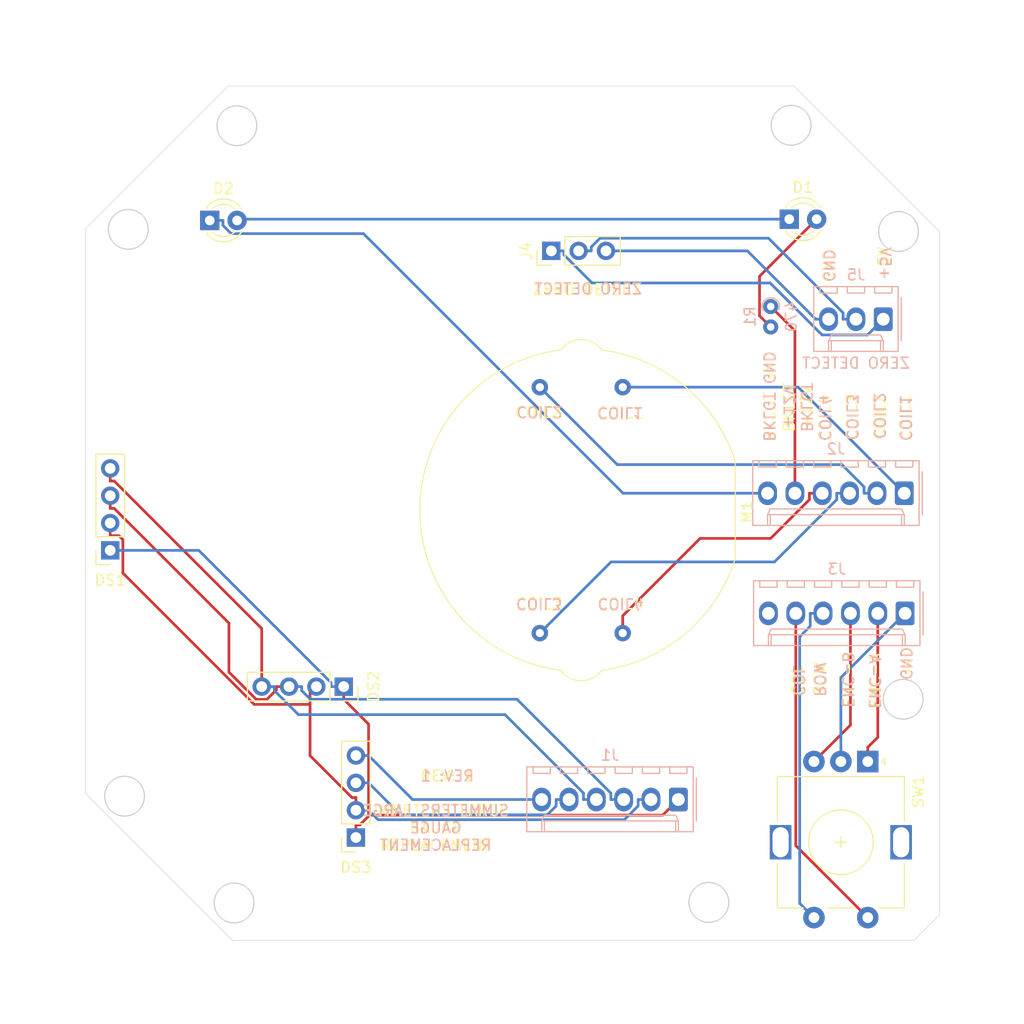
<source format=kicad_pcb>
(kicad_pcb (version 20221018) (generator pcbnew)
  (layers (0 "F.Cu" signal) (31 "B.Cu" signal) (34 "B.Paste" user) (35 "F.Paste" user) (36 "B.SilkS" user "B.Silkscreen") (37 "F.SilkS" user "F.Silkscreen") (38 "B.Mask" user) (39 "F.Mask" user) (44 "Edge.Cuts" user))
  (net 0 "")
  (net 1 "/COIL2")
  (net 2 "/COIL1")
  (net 3 "/COIL4")
  (net 4 "/COIL3")
  (net 5 "Net-(D1-K)")
  (net 6 "Net-(D1-A)")
  (net 7 "/BACKLIGHT_GND")
  (net 8 "/BACKLIGHT_+12V")
  (net 9 "/ENCORDER GND")
  (net 10 "/ENCODER-A")
  (net 11 "/ENCODER B")
  (net 12 "/ROW")
  (net 13 "/COL")
  (net 14 "GND")
  (net 15 "+3V3")
  (net 16 "/SC0")
  (net 17 "/SD0")
  (net 18 "/SC1")
  (net 19 "/SD1")
  (net 21 "+5V")
  (net 22 "/ZERO_DETECT")
  (net 23 "GND1")
  (footprint "Stepper:VID29-02" (layer "F.Cu") (at 186.3951 100.8596 -90)
    (fp_text reference "M1" (at 0 -15.4 90) (layer "F.SilkS"))
    (fp_text value "VID29-02")
    (fp_line (start -4.693796 -14.3) (end 4.363796 -14.3) (stroke (width 0.1)) (layer "F.SilkS"))
    (fp_arc (start -15.042514 -1.912994) (mid -11.676329 -9.617135) (end -4.693796 -14.299999) (stroke (width 0.1)) (layer "F.SilkS"))
    (fp_arc (start -15.042154 1.904192) (mid -16.015 0.001014) (end -15.043796 -1.903003) (stroke (width 0.1)) (layer "F.SilkS"))
    (fp_arc (start 4.373398 -14.296955) (mid 11.352785 -9.609402) (end 14.713796 -1.903003) (stroke (width 0.1)) (layer "F.SilkS"))
    (fp_arc (start 14.712154 -1.904192) (mid 15.685 -0.001014) (end 14.713796 1.903003) (stroke (width 0.1)) (layer "F.SilkS"))
    (fp_arc (start 14.713036 1.908935) (mid -0.16799 14.999999) (end -15.043796 1.903003) (stroke (width 0.1)) (layer "F.SilkS"))
    (pad "" np_thru_hole circle (at -13.665 0 270) (size 2.2 2.2) (drill 2.2) (layers "*.Cu" "*.Mask"))
    (pad "" np_thru_hole circle (at -9.165 -9 270) (size 2.5 2.5) (drill 2.5) (layers "*.Cu" "*.Mask"))
    (pad "" np_thru_hole circle (at -0.165 10 270) (size 3.8 3.8) (drill 3.8) (layers "*.Cu" "*.Mask"))
    (pad "" np_thru_hole circle (at 9.11 -9 270) (size 2.5 2.5) (drill 2.5) (layers "*.Cu" "*.Mask"))
    (pad "" np_thru_hole circle (at 13.335 0 270) (size 2.2 2.2) (drill 2.2) (layers "*.Cu" "*.Mask"))
    (pad "1" thru_hole circle (at -11.59 -3.85 270) (size 1.524 1.524) (drill 0.762) (layers "*.Cu" "*.Mask") (net 2 "/COIL1"))
    (pad "2" thru_hole circle (at -11.59 3.85 270) (size 1.524 1.524) (drill 0.762) (layers "*.Cu" "*.Mask") (net 1 "/COIL2"))
    (pad "3" thru_hole circle (at 11.26 3.85 270) (size 1.524 1.524) (drill 0.762) (layers "*.Cu" "*.Mask") (net 4 "/COIL3"))
    (pad "4" thru_hole circle (at 11.26 -3.85 270) (size 1.524 1.524) (drill 0.762) (layers "*.Cu" "*.Mask") (net 3 "/COIL4"))
  )
  (footprint "Connector_PinHeader_2.54mm:PinHeader_1x03_P2.54mm_Vertical" (layer "F.Cu") (at 183.6105 76.6046 90)
    (fp_text reference "J4" (at 0 -2.33 90) (layer "F.SilkS"))
    (fp_text value "ZERO")
    (fp_line (start -1.33 -1.33) (end 0 -1.33) (stroke (width 0.12)) (layer "F.SilkS"))
    (fp_line (start -1.33 0) (end -1.33 -1.33) (stroke (width 0.12)) (layer "F.SilkS"))
    (fp_line (start -1.33 1.27) (end -1.33 6.41) (stroke (width 0.12)) (layer "F.SilkS"))
    (fp_line (start -1.33 1.27) (end 1.33 1.27) (stroke (width 0.12)) (layer "F.SilkS"))
    (fp_line (start -1.33 6.41) (end 1.33 6.41) (stroke (width 0.12)) (layer "F.SilkS"))
    (fp_line (start 1.33 1.27) (end 1.33 6.41) (stroke (width 0.12)) (layer "F.SilkS"))
    (pad "1" thru_hole rect (at 0 0 90) (size 1.7 1.7) (drill 1) (layers "*.Cu" "*.Mask") (net 21 "+5V"))
    (pad "2" thru_hole oval (at 0 2.54 90) (size 1.7 1.7) (drill 1) (layers "*.Cu" "*.Mask") (net 22 "/ZERO_DETECT"))
    (pad "3" thru_hole oval (at 0 5.08 90) (size 1.7 1.7) (drill 1) (layers "*.Cu" "*.Mask") (net 23 "GND1"))
  )
  (footprint "Rotary_Encoder:RotaryEncoder_Alps_EC11E-Switch_Vertical_H20mm" (layer "F.Cu") (at 213.0155 124.0546 -90)
    (fp_text reference "SW1" (at 2.8 -4.7 90) (layer "F.SilkS"))
    (fp_text value "RotaryEncoder_Switch")
    (fp_line (start -0.3 -1.6) (end 0.3 -1.6) (stroke (width 0.12)) (layer "F.SilkS"))
    (fp_line (start 0 -1.3) (end -0.3 -1.6) (stroke (width 0.12)) (layer "F.SilkS"))
    (fp_line (start 0.3 -1.6) (end 0 -1.3) (stroke (width 0.12)) (layer "F.SilkS"))
    (fp_line (start 1.4 -3.4) (end 1.4 8.4) (stroke (width 0.12)) (layer "F.SilkS"))
    (fp_line (start 5.5 -3.4) (end 1.4 -3.4) (stroke (width 0.12)) (layer "F.SilkS"))
    (fp_line (start 5.5 8.4) (end 1.4 8.4) (stroke (width 0.12)) (layer "F.SilkS"))
    (fp_line (start 7 2.5) (end 8 2.5) (stroke (width 0.12)) (layer "F.SilkS"))
    (fp_line (start 7.5 2) (end 7.5 3) (stroke (width 0.12)) (layer "F.SilkS"))
    (fp_line (start 9.5 -3.4) (end 13.6 -3.4) (stroke (width 0.12)) (layer "F.SilkS"))
    (fp_line (start 13.6 -3.4) (end 13.6 -1) (stroke (width 0.12)) (layer "F.SilkS"))
    (fp_line (start 13.6 1.2) (end 13.6 3.8) (stroke (width 0.12)) (layer "F.SilkS"))
    (fp_line (start 13.6 6) (end 13.6 8.4) (stroke (width 0.12)) (layer "F.SilkS"))
    (fp_line (start 13.6 8.4) (end 9.5 8.4) (stroke (width 0.12)) (layer "F.SilkS"))
    (fp_circle (center 7.5 2.5) (end 10.5 2.5) (stroke (width 0.12)) (fill none) (layer "F.SilkS"))
    (pad "A" thru_hole rect (at 0 0 270) (size 2 2) (drill 1) (layers "*.Cu" "*.Mask") (net 10 "/ENCODER-A"))
    (pad "B" thru_hole circle (at 0 5 270) (size 2 2) (drill 1) (layers "*.Cu" "*.Mask") (net 11 "/ENCODER B"))
    (pad "C" thru_hole circle (at 0 2.5 270) (size 2 2) (drill 1) (layers "*.Cu" "*.Mask") (net 9 "/ENCORDER GND"))
    (pad "MP" thru_hole rect (at 7.5 -3.1 270) (size 3.2 2) (drill oval 2.8 1.5) (layers "*.Cu" "*.Mask"))
    (pad "MP" thru_hole rect (at 7.5 8.1 270) (size 3.2 2) (drill oval 2.8 1.5) (layers "*.Cu" "*.Mask"))
    (pad "S1" thru_hole circle (at 14.5 5 270) (size 2 2) (drill 1) (layers "*.Cu" "*.Mask") (net 12 "/ROW"))
    (pad "S2" thru_hole circle (at 14.5 0 270) (size 2 2) (drill 1) (layers "*.Cu" "*.Mask") (net 13 "/COL"))
  )
  (footprint "Connector_PinSocket_2.54mm:PinSocket_1x04_P2.54mm_Vertical" (layer "F.Cu") (at 165.4555 131.1146 180)
    (fp_text reference "DS3" (at 0 -2.77) (layer "F.SilkS"))
    (fp_text value "PRESS_DISP")
    (fp_line (start -1.33 1.27) (end -1.33 8.95) (stroke (width 0.12)) (layer "F.SilkS"))
    (fp_line (start -1.33 1.27) (end 1.33 1.27) (stroke (width 0.12)) (layer "F.SilkS"))
    (fp_line (start -1.33 8.95) (end 1.33 8.95) (stroke (width 0.12)) (layer "F.SilkS"))
    (fp_line (start 0 -1.33) (end 1.33 -1.33) (stroke (width 0.12)) (layer "F.SilkS"))
    (fp_line (start 1.33 -1.33) (end 1.33 0) (stroke (width 0.12)) (layer "F.SilkS"))
    (fp_line (start 1.33 1.27) (end 1.33 8.95) (stroke (width 0.12)) (layer "F.SilkS"))
    (pad "1" thru_hole rect (at 0 0 180) (size 1.7 1.7) (drill 1) (layers "*.Cu" "*.Mask") (net 14 "GND"))
    (pad "2" thru_hole oval (at 0 2.54 180) (size 1.7 1.7) (drill 1) (layers "*.Cu" "*.Mask") (net 15 "+3V3"))
    (pad "3" thru_hole oval (at 0 5.08 180) (size 1.7 1.7) (drill 1) (layers "*.Cu" "*.Mask") (net 18 "/SC1"))
    (pad "4" thru_hole oval (at 0 7.62 180) (size 1.7 1.7) (drill 1) (layers "*.Cu" "*.Mask") (net 19 "/SD1"))
  )
  (footprint "Connector_PinSocket_2.54mm:PinSocket_1x04_P2.54mm_Vertical" (layer "F.Cu") (at 164.3215 117.0926 -90)
    (fp_text reference "DS2" (at 0 -2.77 90) (layer "F.SilkS"))
    (fp_text value "10K_ALT_DISP")
    (fp_line (start -1.33 1.27) (end -1.33 8.95) (stroke (width 0.12)) (layer "F.SilkS"))
    (fp_line (start -1.33 1.27) (end 1.33 1.27) (stroke (width 0.12)) (layer "F.SilkS"))
    (fp_line (start -1.33 8.95) (end 1.33 8.95) (stroke (width 0.12)) (layer "F.SilkS"))
    (fp_line (start 0 -1.33) (end 1.33 -1.33) (stroke (width 0.12)) (layer "F.SilkS"))
    (fp_line (start 1.33 -1.33) (end 1.33 0) (stroke (width 0.12)) (layer "F.SilkS"))
    (fp_line (start 1.33 1.27) (end 1.33 8.95) (stroke (width 0.12)) (layer "F.SilkS"))
    (pad "1" thru_hole rect (at 0 0 270) (size 1.7 1.7) (drill 1) (layers "*.Cu" "*.Mask") (net 14 "GND"))
    (pad "2" thru_hole oval (at 0 2.54 270) (size 1.7 1.7) (drill 1) (layers "*.Cu" "*.Mask") (net 15 "+3V3"))
    (pad "3" thru_hole oval (at 0 5.08 270) (size 1.7 1.7) (drill 1) (layers "*.Cu" "*.Mask") (net 16 "/SC0"))
    (pad "4" thru_hole oval (at 0 7.62 270) (size 1.7 1.7) (drill 1) (layers "*.Cu" "*.Mask") (net 17 "/SD0"))
  )
  (footprint "Connector_PinSocket_2.54mm:PinSocket_1x04_P2.54mm_Vertical" (layer "F.Cu") (at 142.6255 104.4346 180)
    (fp_text reference "DS1" (at 0 -2.77) (layer "F.SilkS"))
    (fp_text value "10K_ALT_DISP")
    (fp_line (start -1.33 1.27) (end -1.33 8.95) (stroke (width 0.12)) (layer "F.SilkS"))
    (fp_line (start -1.33 1.27) (end 1.33 1.27) (stroke (width 0.12)) (layer "F.SilkS"))
    (fp_line (start -1.33 8.95) (end 1.33 8.95) (stroke (width 0.12)) (layer "F.SilkS"))
    (fp_line (start 0 -1.33) (end 1.33 -1.33) (stroke (width 0.12)) (layer "F.SilkS"))
    (fp_line (start 1.33 -1.33) (end 1.33 0) (stroke (width 0.12)) (layer "F.SilkS"))
    (fp_line (start 1.33 1.27) (end 1.33 8.95) (stroke (width 0.12)) (layer "F.SilkS"))
    (pad "1" thru_hole rect (at 0 0 180) (size 1.7 1.7) (drill 1) (layers "*.Cu" "*.Mask") (net 14 "GND"))
    (pad "2" thru_hole oval (at 0 2.54 180) (size 1.7 1.7) (drill 1) (layers "*.Cu" "*.Mask") (net 15 "+3V3"))
    (pad "3" thru_hole oval (at 0 5.08 180) (size 1.7 1.7) (drill 1) (layers "*.Cu" "*.Mask") (net 16 "/SC0"))
    (pad "4" thru_hole oval (at 0 7.62 180) (size 1.7 1.7) (drill 1) (layers "*.Cu" "*.Mask") (net 17 "/SD0"))
  )
  (footprint "LED_THT:LED_D3.0mm" (layer "F.Cu") (at 151.8755 73.7746)
    (fp_text reference "D2" (at 1.27 -2.96) (layer "F.SilkS"))
    (fp_text value "LED")
    (fp_line (start -0.29 -1.236) (end -0.29 -1.08) (stroke (width 0.12)) (layer "F.SilkS"))
    (fp_line (start -0.29 1.08) (end -0.29 1.236) (stroke (width 0.12)) (layer "F.SilkS"))
    (fp_arc (start -0.29 -1.235516) (mid 1.366487 -1.987659) (end 2.942335 -1.078608) (stroke (width 0.12)) (layer "F.SilkS"))
    (fp_arc (start 0.229039 -1.08) (mid 1.270117 -1.5) (end 2.31113 -1.079837) (stroke (width 0.12)) (layer "F.SilkS"))
    (fp_arc (start 2.31113 1.079837) (mid 1.270117 1.5) (end 0.229039 1.08) (stroke (width 0.12)) (layer "F.SilkS"))
    (fp_arc (start 2.942335 1.078608) (mid 1.366487 1.987659) (end -0.29 1.235516) (stroke (width 0.12)) (layer "F.SilkS"))
    (pad "1" thru_hole rect (at 0 0) (size 1.8 1.8) (drill 0.9) (layers "*.Cu" "*.Mask") (net 7 "/BACKLIGHT_GND"))
    (pad "2" thru_hole circle (at 2.54 0) (size 1.8 1.8) (drill 0.9) (layers "*.Cu" "*.Mask") (net 5 "Net-(D1-K)"))
  )
  (footprint "LED_THT:LED_D3.0mm" (layer "F.Cu") (at 205.7235 73.6586)
    (fp_text reference "D1" (at 1.27 -2.96) (layer "F.SilkS"))
    (fp_text value "LED")
    (fp_line (start -0.29 -1.236) (end -0.29 -1.08) (stroke (width 0.12)) (layer "F.SilkS"))
    (fp_line (start -0.29 1.08) (end -0.29 1.236) (stroke (width 0.12)) (layer "F.SilkS"))
    (fp_arc (start -0.29 -1.235516) (mid 1.366487 -1.987659) (end 2.942335 -1.078608) (stroke (width 0.12)) (layer "F.SilkS"))
    (fp_arc (start 0.229039 -1.08) (mid 1.270117 -1.5) (end 2.31113 -1.079837) (stroke (width 0.12)) (layer "F.SilkS"))
    (fp_arc (start 2.31113 1.079837) (mid 1.270117 1.5) (end 0.229039 1.08) (stroke (width 0.12)) (layer "F.SilkS"))
    (fp_arc (start 2.942335 1.078608) (mid 1.366487 1.987659) (end -0.29 1.235516) (stroke (width 0.12)) (layer "F.SilkS"))
    (pad "1" thru_hole rect (at 0 0) (size 1.8 1.8) (drill 0.9) (layers "*.Cu" "*.Mask") (net 5 "Net-(D1-K)"))
    (pad "2" thru_hole circle (at 2.54 0) (size 1.8 1.8) (drill 0.9) (layers "*.Cu" "*.Mask") (net 6 "Net-(D1-A)"))
  )
  (footprint "Resistor_THT:R_Axial_DIN0204_L3.6mm_D1.6mm_P1.90mm_Vertical" (layer "B.Cu") (at 203.9955 81.7746 -90)
    (fp_text reference "R1" (at 0.95 1.92 90) (layer "B.SilkS") (effects (justify mirror)))
    (fp_text value "470" (at 0.95 -1.92 90) (layer "B.SilkS") (effects (justify mirror)))
    (fp_arc (start 0.417133 0.7) (mid -0.813042 0.054435) (end 0.320095 -0.749359) (stroke (width 0.12)) (layer "B.SilkS"))
    (pad "1" thru_hole circle (at 0 0 270) (size 1.4 1.4) (drill 0.7) (layers "*.Cu" "*.Mask") (net 8 "/BACKLIGHT_+12V"))
    (pad "2" thru_hole oval (at 1.9 0 270) (size 1.4 1.4) (drill 0.7) (layers "*.Cu" "*.Mask") (net 6 "Net-(D1-A)"))
  )
  (footprint "Connector_Molex:Molex_KK-254_AE-6410-06A_1x06_P2.54mm_Vertical" (layer "B.Cu") (at 195.4155 127.5846 180)
    (fp_text reference "J1" (at 6.35 4.12) (layer "B.SilkS") (effects (justify mirror)))
    (fp_text value "OLED")
    (fp_line (start -1.67 2) (end -1.67 -2) (stroke (width 0.12)) (layer "B.SilkS"))
    (fp_line (start -1.38 -2.99) (end 14.08 -2.99) (stroke (width 0.12)) (layer "B.SilkS"))
    (fp_line (start -1.38 3.03) (end -1.38 -2.99) (stroke (width 0.12)) (layer "B.SilkS"))
    (fp_line (start -0.8 2.43) (end 0.8 2.43) (stroke (width 0.12)) (layer "B.SilkS"))
    (fp_line (start -0.8 3.03) (end -0.8 2.43) (stroke (width 0.12)) (layer "B.SilkS"))
    (fp_line (start 0 -2.99) (end 0 -1.99) (stroke (width 0.12)) (layer "B.SilkS"))
    (fp_line (start 0 -1.99) (end 0.25 -1.46) (stroke (width 0.12)) (layer "B.SilkS"))
    (fp_line (start 0 -1.99) (end 12.7 -1.99) (stroke (width 0.12)) (layer "B.SilkS"))
    (fp_line (start 0.25 -2.99) (end 0.25 -1.99) (stroke (width 0.12)) (layer "B.SilkS"))
    (fp_line (start 0.25 -1.46) (end 12.45 -1.46) (stroke (width 0.12)) (layer "B.SilkS"))
    (fp_line (start 0.8 2.43) (end 0.8 3.03) (stroke (width 0.12)) (layer "B.SilkS"))
    (fp_line (start 1.74 2.43) (end 3.34 2.43) (stroke (width 0.12)) (layer "B.SilkS"))
    (fp_line (start 1.74 3.03) (end 1.74 2.43) (stroke (width 0.12)) (layer "B.SilkS"))
    (fp_line (start 3.34 2.43) (end 3.34 3.03) (stroke (width 0.12)) (layer "B.SilkS"))
    (fp_line (start 4.28 2.43) (end 5.88 2.43) (stroke (width 0.12)) (layer "B.SilkS"))
    (fp_line (start 4.28 3.03) (end 4.28 2.43) (stroke (width 0.12)) (layer "B.SilkS"))
    (fp_line (start 5.88 2.43) (end 5.88 3.03) (stroke (width 0.12)) (layer "B.SilkS"))
    (fp_line (start 6.82 2.43) (end 8.42 2.43) (stroke (width 0.12)) (layer "B.SilkS"))
    (fp_line (start 6.82 3.03) (end 6.82 2.43) (stroke (width 0.12)) (layer "B.SilkS"))
    (fp_line (start 8.42 2.43) (end 8.42 3.03) (stroke (width 0.12)) (layer "B.SilkS"))
    (fp_line (start 9.36 2.43) (end 10.96 2.43) (stroke (width 0.12)) (layer "B.SilkS"))
    (fp_line (start 9.36 3.03) (end 9.36 2.43) (stroke (width 0.12)) (layer "B.SilkS"))
    (fp_line (start 10.96 2.43) (end 10.96 3.03) (stroke (width 0.12)) (layer "B.SilkS"))
    (fp_line (start 11.9 2.43) (end 13.5 2.43) (stroke (width 0.12)) (layer "B.SilkS"))
    (fp_line (start 11.9 3.03) (end 11.9 2.43) (stroke (width 0.12)) (layer "B.SilkS"))
    (fp_line (start 12.45 -2.99) (end 12.45 -1.99) (stroke (width 0.12)) (layer "B.SilkS"))
    (fp_line (start 12.45 -1.46) (end 12.7 -1.99) (stroke (width 0.12)) (layer "B.SilkS"))
    (fp_line (start 12.7 -1.99) (end 12.7 -2.99) (stroke (width 0.12)) (layer "B.SilkS"))
    (fp_line (start 13.5 2.43) (end 13.5 3.03) (stroke (width 0.12)) (layer "B.SilkS"))
    (fp_line (start 14.08 -2.99) (end 14.08 3.03) (stroke (width 0.12)) (layer "B.SilkS"))
    (fp_line (start 14.08 3.03) (end -1.38 3.03) (stroke (width 0.12)) (layer "B.SilkS"))
    (pad "1" thru_hole roundrect (at 0 0 180) (size 1.74 2.19) (drill 1.19) (layers "*.Cu" "*.Mask") (roundrect_rratio 0.1436781609) (net 14 "GND"))
    (pad "2" thru_hole oval (at 2.54 0 180) (size 1.74 2.19) (drill 1.19) (layers "*.Cu" "*.Mask") (net 15 "+3V3"))
    (pad "3" thru_hole oval (at 5.08 0 180) (size 1.74 2.19) (drill 1.19) (layers "*.Cu" "*.Mask") (net 16 "/SC0"))
    (pad "4" thru_hole oval (at 7.62 0 180) (size 1.74 2.19) (drill 1.19) (layers "*.Cu" "*.Mask") (net 17 "/SD0"))
    (pad "5" thru_hole oval (at 10.16 0 180) (size 1.74 2.19) (drill 1.19) (layers "*.Cu" "*.Mask") (net 18 "/SC1"))
    (pad "6" thru_hole oval (at 12.7 0 180) (size 1.74 2.19) (drill 1.19) (layers "*.Cu" "*.Mask") (net 19 "/SD1"))
  )
  (footprint "Connector_Molex:Molex_KK-254_AE-6410-06A_1x06_P2.54mm_Vertical" (layer "B.Cu") (at 216.4055 99.1246 180)
    (fp_text reference "J2" (at 6.35 4.12) (layer "B.SilkS") (effects (justify mirror)))
    (fp_text value "STEPPER")
    (fp_line (start -1.67 2) (end -1.67 -2) (stroke (width 0.12)) (layer "B.SilkS"))
    (fp_line (start -1.38 -2.99) (end 14.08 -2.99) (stroke (width 0.12)) (layer "B.SilkS"))
    (fp_line (start -1.38 3.03) (end -1.38 -2.99) (stroke (width 0.12)) (layer "B.SilkS"))
    (fp_line (start -0.8 2.43) (end 0.8 2.43) (stroke (width 0.12)) (layer "B.SilkS"))
    (fp_line (start -0.8 3.03) (end -0.8 2.43) (stroke (width 0.12)) (layer "B.SilkS"))
    (fp_line (start 0 -2.99) (end 0 -1.99) (stroke (width 0.12)) (layer "B.SilkS"))
    (fp_line (start 0 -1.99) (end 0.25 -1.46) (stroke (width 0.12)) (layer "B.SilkS"))
    (fp_line (start 0 -1.99) (end 12.7 -1.99) (stroke (width 0.12)) (layer "B.SilkS"))
    (fp_line (start 0.25 -2.99) (end 0.25 -1.99) (stroke (width 0.12)) (layer "B.SilkS"))
    (fp_line (start 0.25 -1.46) (end 12.45 -1.46) (stroke (width 0.12)) (layer "B.SilkS"))
    (fp_line (start 0.8 2.43) (end 0.8 3.03) (stroke (width 0.12)) (layer "B.SilkS"))
    (fp_line (start 1.74 2.43) (end 3.34 2.43) (stroke (width 0.12)) (layer "B.SilkS"))
    (fp_line (start 1.74 3.03) (end 1.74 2.43) (stroke (width 0.12)) (layer "B.SilkS"))
    (fp_line (start 3.34 2.43) (end 3.34 3.03) (stroke (width 0.12)) (layer "B.SilkS"))
    (fp_line (start 4.28 2.43) (end 5.88 2.43) (stroke (width 0.12)) (layer "B.SilkS"))
    (fp_line (start 4.28 3.03) (end 4.28 2.43) (stroke (width 0.12)) (layer "B.SilkS"))
    (fp_line (start 5.88 2.43) (end 5.88 3.03) (stroke (width 0.12)) (layer "B.SilkS"))
    (fp_line (start 6.82 2.43) (end 8.42 2.43) (stroke (width 0.12)) (layer "B.SilkS"))
    (fp_line (start 6.82 3.03) (end 6.82 2.43) (stroke (width 0.12)) (layer "B.SilkS"))
    (fp_line (start 8.42 2.43) (end 8.42 3.03) (stroke (width 0.12)) (layer "B.SilkS"))
    (fp_line (start 9.36 2.43) (end 10.96 2.43) (stroke (width 0.12)) (layer "B.SilkS"))
    (fp_line (start 9.36 3.03) (end 9.36 2.43) (stroke (width 0.12)) (layer "B.SilkS"))
    (fp_line (start 10.96 2.43) (end 10.96 3.03) (stroke (width 0.12)) (layer "B.SilkS"))
    (fp_line (start 11.9 2.43) (end 13.5 2.43) (stroke (width 0.12)) (layer "B.SilkS"))
    (fp_line (start 11.9 3.03) (end 11.9 2.43) (stroke (width 0.12)) (layer "B.SilkS"))
    (fp_line (start 12.45 -2.99) (end 12.45 -1.99) (stroke (width 0.12)) (layer "B.SilkS"))
    (fp_line (start 12.45 -1.46) (end 12.7 -1.99) (stroke (width 0.12)) (layer "B.SilkS"))
    (fp_line (start 12.7 -1.99) (end 12.7 -2.99) (stroke (width 0.12)) (layer "B.SilkS"))
    (fp_line (start 13.5 2.43) (end 13.5 3.03) (stroke (width 0.12)) (layer "B.SilkS"))
    (fp_line (start 14.08 -2.99) (end 14.08 3.03) (stroke (width 0.12)) (layer "B.SilkS"))
    (fp_line (start 14.08 3.03) (end -1.38 3.03) (stroke (width 0.12)) (layer "B.SilkS"))
    (pad "1" thru_hole roundrect (at 0 0 180) (size 1.74 2.19) (drill 1.19) (layers "*.Cu" "*.Mask") (roundrect_rratio 0.1436781609) (net 2 "/COIL1"))
    (pad "2" thru_hole oval (at 2.54 0 180) (size 1.74 2.19) (drill 1.19) (layers "*.Cu" "*.Mask") (net 1 "/COIL2"))
    (pad "3" thru_hole oval (at 5.08 0 180) (size 1.74 2.19) (drill 1.19) (layers "*.Cu" "*.Mask") (net 4 "/COIL3"))
    (pad "4" thru_hole oval (at 7.62 0 180) (size 1.74 2.19) (drill 1.19) (layers "*.Cu" "*.Mask") (net 3 "/COIL4"))
    (pad "5" thru_hole oval (at 10.16 0 180) (size 1.74 2.19) (drill 1.19) (layers "*.Cu" "*.Mask") (net 8 "/BACKLIGHT_+12V"))
    (pad "6" thru_hole oval (at 12.7 0 180) (size 1.74 2.19) (drill 1.19) (layers "*.Cu" "*.Mask") (net 7 "/BACKLIGHT_GND"))
  )
  (footprint "Connector_Molex:Molex_KK-254_AE-6410-06A_1x06_P2.54mm_Vertical" (layer "B.Cu") (at 216.4855 110.2846 180)
    (fp_text reference "J3" (at 6.35 4.12) (layer "B.SilkS") (effects (justify mirror)))
    (fp_text value "ENCODER")
    (fp_line (start -1.67 2) (end -1.67 -2) (stroke (width 0.12)) (layer "B.SilkS"))
    (fp_line (start -1.38 -2.99) (end 14.08 -2.99) (stroke (width 0.12)) (layer "B.SilkS"))
    (fp_line (start -1.38 3.03) (end -1.38 -2.99) (stroke (width 0.12)) (layer "B.SilkS"))
    (fp_line (start -0.8 2.43) (end 0.8 2.43) (stroke (width 0.12)) (layer "B.SilkS"))
    (fp_line (start -0.8 3.03) (end -0.8 2.43) (stroke (width 0.12)) (layer "B.SilkS"))
    (fp_line (start 0 -2.99) (end 0 -1.99) (stroke (width 0.12)) (layer "B.SilkS"))
    (fp_line (start 0 -1.99) (end 0.25 -1.46) (stroke (width 0.12)) (layer "B.SilkS"))
    (fp_line (start 0 -1.99) (end 12.7 -1.99) (stroke (width 0.12)) (layer "B.SilkS"))
    (fp_line (start 0.25 -2.99) (end 0.25 -1.99) (stroke (width 0.12)) (layer "B.SilkS"))
    (fp_line (start 0.25 -1.46) (end 12.45 -1.46) (stroke (width 0.12)) (layer "B.SilkS"))
    (fp_line (start 0.8 2.43) (end 0.8 3.03) (stroke (width 0.12)) (layer "B.SilkS"))
    (fp_line (start 1.74 2.43) (end 3.34 2.43) (stroke (width 0.12)) (layer "B.SilkS"))
    (fp_line (start 1.74 3.03) (end 1.74 2.43) (stroke (width 0.12)) (layer "B.SilkS"))
    (fp_line (start 3.34 2.43) (end 3.34 3.03) (stroke (width 0.12)) (layer "B.SilkS"))
    (fp_line (start 4.28 2.43) (end 5.88 2.43) (stroke (width 0.12)) (layer "B.SilkS"))
    (fp_line (start 4.28 3.03) (end 4.28 2.43) (stroke (width 0.12)) (layer "B.SilkS"))
    (fp_line (start 5.88 2.43) (end 5.88 3.03) (stroke (width 0.12)) (layer "B.SilkS"))
    (fp_line (start 6.82 2.43) (end 8.42 2.43) (stroke (width 0.12)) (layer "B.SilkS"))
    (fp_line (start 6.82 3.03) (end 6.82 2.43) (stroke (width 0.12)) (layer "B.SilkS"))
    (fp_line (start 8.42 2.43) (end 8.42 3.03) (stroke (width 0.12)) (layer "B.SilkS"))
    (fp_line (start 9.36 2.43) (end 10.96 2.43) (stroke (width 0.12)) (layer "B.SilkS"))
    (fp_line (start 9.36 3.03) (end 9.36 2.43) (stroke (width 0.12)) (layer "B.SilkS"))
    (fp_line (start 10.96 2.43) (end 10.96 3.03) (stroke (width 0.12)) (layer "B.SilkS"))
    (fp_line (start 11.9 2.43) (end 13.5 2.43) (stroke (width 0.12)) (layer "B.SilkS"))
    (fp_line (start 11.9 3.03) (end 11.9 2.43) (stroke (width 0.12)) (layer "B.SilkS"))
    (fp_line (start 12.45 -2.99) (end 12.45 -1.99) (stroke (width 0.12)) (layer "B.SilkS"))
    (fp_line (start 12.45 -1.46) (end 12.7 -1.99) (stroke (width 0.12)) (layer "B.SilkS"))
    (fp_line (start 12.7 -1.99) (end 12.7 -2.99) (stroke (width 0.12)) (layer "B.SilkS"))
    (fp_line (start 13.5 2.43) (end 13.5 3.03) (stroke (width 0.12)) (layer "B.SilkS"))
    (fp_line (start 14.08 -2.99) (end 14.08 3.03) (stroke (width 0.12)) (layer "B.SilkS"))
    (fp_line (start 14.08 3.03) (end -1.38 3.03) (stroke (width 0.12)) (layer "B.SilkS"))
    (pad "1" thru_hole roundrect (at 0 0 180) (size 1.74 2.19) (drill 1.19) (layers "*.Cu" "*.Mask") (roundrect_rratio 0.1436781609) (net 9 "/ENCORDER GND"))
    (pad "2" thru_hole oval (at 2.54 0 180) (size 1.74 2.19) (drill 1.19) (layers "*.Cu" "*.Mask") (net 10 "/ENCODER-A"))
    (pad "3" thru_hole oval (at 5.08 0 180) (size 1.74 2.19) (drill 1.19) (layers "*.Cu" "*.Mask") (net 11 "/ENCODER B"))
    (pad "4" thru_hole oval (at 7.62 0 180) (size 1.74 2.19) (drill 1.19) (layers "*.Cu" "*.Mask") (net 12 "/ROW"))
    (pad "5" thru_hole oval (at 10.16 0 180) (size 1.74 2.19) (drill 1.19) (layers "*.Cu" "*.Mask") (net 13 "/COL"))
    (pad "6" thru_hole oval (at 12.7 0 180) (size 1.74 2.19) (drill 1.19) (layers "*.Cu" "*.Mask"))
  )
  (footprint "Connector_Molex:Molex_KK-254_AE-6410-03A_1x03_P2.54mm_Vertical" (layer "B.Cu") (at 214.4555 82.9546 180)
    (fp_text reference "J5" (at 2.54 4.12) (layer "B.SilkS") (effects (justify mirror)))
    (fp_text value "ZERO DETECT" (at 2.54 -4.08) (layer "B.SilkS") (effects (justify mirror)))
    (fp_line (start -1.67 2) (end -1.67 -2) (stroke (width 0.12)) (layer "B.SilkS"))
    (fp_line (start -1.38 -2.99) (end 6.46 -2.99) (stroke (width 0.12)) (layer "B.SilkS"))
    (fp_line (start -1.38 3.03) (end -1.38 -2.99) (stroke (width 0.12)) (layer "B.SilkS"))
    (fp_line (start -0.8 2.43) (end 0.8 2.43) (stroke (width 0.12)) (layer "B.SilkS"))
    (fp_line (start -0.8 3.03) (end -0.8 2.43) (stroke (width 0.12)) (layer "B.SilkS"))
    (fp_line (start 0 -2.99) (end 0 -1.99) (stroke (width 0.12)) (layer "B.SilkS"))
    (fp_line (start 0 -1.99) (end 0.25 -1.46) (stroke (width 0.12)) (layer "B.SilkS"))
    (fp_line (start 0 -1.99) (end 5.08 -1.99) (stroke (width 0.12)) (layer "B.SilkS"))
    (fp_line (start 0.25 -2.99) (end 0.25 -1.99) (stroke (width 0.12)) (layer "B.SilkS"))
    (fp_line (start 0.25 -1.46) (end 4.83 -1.46) (stroke (width 0.12)) (layer "B.SilkS"))
    (fp_line (start 0.8 2.43) (end 0.8 3.03) (stroke (width 0.12)) (layer "B.SilkS"))
    (fp_line (start 1.74 2.43) (end 3.34 2.43) (stroke (width 0.12)) (layer "B.SilkS"))
    (fp_line (start 1.74 3.03) (end 1.74 2.43) (stroke (width 0.12)) (layer "B.SilkS"))
    (fp_line (start 3.34 2.43) (end 3.34 3.03) (stroke (width 0.12)) (layer "B.SilkS"))
    (fp_line (start 4.28 2.43) (end 5.88 2.43) (stroke (width 0.12)) (layer "B.SilkS"))
    (fp_line (start 4.28 3.03) (end 4.28 2.43) (stroke (width 0.12)) (layer "B.SilkS"))
    (fp_line (start 4.83 -2.99) (end 4.83 -1.99) (stroke (width 0.12)) (layer "B.SilkS"))
    (fp_line (start 4.83 -1.46) (end 5.08 -1.99) (stroke (width 0.12)) (layer "B.SilkS"))
    (fp_line (start 5.08 -1.99) (end 5.08 -2.99) (stroke (width 0.12)) (layer "B.SilkS"))
    (fp_line (start 5.88 2.43) (end 5.88 3.03) (stroke (width 0.12)) (layer "B.SilkS"))
    (fp_line (start 6.46 -2.99) (end 6.46 3.03) (stroke (width 0.12)) (layer "B.SilkS"))
    (fp_line (start 6.46 3.03) (end -1.38 3.03) (stroke (width 0.12)) (layer "B.SilkS"))
    (pad "1" thru_hole roundrect (at 0 0 180) (size 1.74 2.19) (drill 1.19) (layers "*.Cu" "*.Mask") (roundrect_rratio 0.1436781609) (net 21 "+5V"))
    (pad "2" thru_hole oval (at 2.54 0 180) (size 1.74 2.19) (drill 1.19) (layers "*.Cu" "*.Mask") (net 22 "/ZERO_DETECT"))
    (pad "3" thru_hole oval (at 5.08 0 180) (size 1.74 2.19) (drill 1.19) (layers "*.Cu" "*.Mask") (net 23 "GND1"))
  )
  (gr_line (start 153.585515 61.274574) (end 140.305515 74.554574) (stroke (width 0.05)) (layer "Edge.Cuts"))
  (gr_line (start 219.685515 138.294574) (end 219.685515 74.814574) (stroke (width 0.05)) (layer "Edge.Cuts"))
  (gr_line (start 140.305515 74.554574) (end 140.305515 126.984574) (stroke (width 0.05)) (layer "Edge.Cuts"))
  (gr_line (start 140.305515 126.984574) (end 153.985515 140.664574) (stroke (width 0.05)) (layer "Edge.Cuts"))
  (gr_circle (center 198.248559 137.144574) (end 200.098559 137.144574) (stroke (width 0.12)) (fill none) (layer "Edge.Cuts"))
  (gr_circle (center 154.395515 64.974574) (end 156.245515 64.974574) (stroke (width 0.12)) (fill none) (layer "Edge.Cuts"))
  (gr_line (start 206.145515 61.274574) (end 153.585515 61.274574) (stroke (width 0.05)) (layer "Edge.Cuts"))
  (gr_circle (center 144.305515 74.604574) (end 146.155515 74.604574) (stroke (width 0.12)) (fill none) (layer "Edge.Cuts"))
  (gr_circle (center 143.955515 127.274574) (end 145.805515 127.274574) (stroke (width 0.12)) (fill none) (layer "Edge.Cuts"))
  (gr_line (start 219.685515 74.814574) (end 206.145515 61.274574) (stroke (width 0.05)) (layer "Edge.Cuts"))
  (gr_circle (center 154.135515 137.194574) (end 155.985515 137.194574) (stroke (width 0.12)) (fill none) (layer "Edge.Cuts"))
  (gr_line (start 153.985515 140.664574) (end 205.835515 140.664574) (stroke (width 0.05)) (layer "Edge.Cuts"))
  (gr_circle (center 215.875515 74.804574) (end 217.725515 74.804574) (stroke (width 0.12)) (fill none) (layer "Edge.Cuts"))
  (gr_circle (center 205.895515 64.934574) (end 207.745515 64.934574) (stroke (width 0.12)) (fill none) (layer "Edge.Cuts"))
  (gr_line (start 205.835515 140.664574) (end 217.315515 140.664574) (stroke (width 0.05)) (layer "Edge.Cuts"))
  (gr_line (start 217.315515 140.664574) (end 219.685515 138.294574) (stroke (width 0.05)) (layer "Edge.Cuts"))
  (gr_circle (center 216.307037 118.266096) (end 218.157037 118.266096) (stroke (width 0.12)) (fill none) (layer "Edge.Cuts"))
  (gr_text "ENC-A" (at 213.065515 119.254574 -90) (layer "B.SilkS") (effects (font (size 1 1)) (justify left bottom mirror)))
  (gr_text "ZERO DETECT" (at 192.145515 80.724574) (layer "B.SilkS") (effects (font (size 1 1)) (justify left bottom mirror)))
  (gr_text "SIMMETERS LARGE\nGAUGE\nREPLACEMENT" (at 172.875515 130.214574) (layer "B.SilkS") (effects (font (size 1 1)) (justify mirror)))
  (gr_text "COL" (at 206.015515 118.094574 -90) (layer "B.SilkS") (effects (font (size 1 1)) (justify left bottom mirror)))
  (gr_text "COIL1" (at 216.525515 92.124574 -90) (layer "B.SilkS") (effects (font (size 1 1)) (justify mirror)))
  (gr_text "COIL3" (at 182.475515 109.394574 -180) (layer "B.SilkS") (effects (font (size 1 1)) (justify mirror)))
  (gr_text "COIL4" (at 190.055515 109.394574 -180) (layer "B.SilkS") (effects (font (size 1 1)) (justify mirror)))
  (gr_text "ROW" (at 207.965515 118.114574 -90) (layer "B.SilkS") (effects (font (size 1 1)) (justify left bottom mirror)))
  (gr_text "COIL3" (at 211.555515 92.054574 -90) (layer "B.SilkS") (effects (font (size 1 1)) (justify mirror)))
  (gr_text "COIL2" (at 182.515515 91.564574 -180) (layer "B.SilkS") (effects (font (size 1 1)) (justify mirror)))
  (gr_text "ENC-B" (at 210.575515 119.144574 -90) (layer "B.SilkS") (effects (font (size 1 1)) (justify left bottom mirror)))
  (gr_text "REV: 1" (at 173.945515 125.394574) (layer "B.SilkS") (effects (font (size 1 1)) (justify mirror)))
  (gr_text "GND" (at 215.975515 116.564574 -90) (layer "B.SilkS") (effects (font (size 1 1)) (justify left bottom mirror)))
  (gr_text "COIL2" (at 214.095515 91.934574 -90) (layer "B.SilkS") (effects (font (size 1 1)) (justify mirror)))
  (gr_text "BKLGT GND" (at 203.845515 94.414574 -90) (layer "B.SilkS") (effects (font (size 1 1)) (justify left mirror)))
  (gr_text "GND" (at 208.815515 79.594574 -90) (layer "B.SilkS") (effects (font (size 1 1)) (justify left bottom mirror)))
  (gr_text "BKLGT\n+12V" (at 206.515515 91.144574 -90) (layer "B.SilkS") (effects (font (size 1 1)) (justify mirror)))
  (gr_text "COIL4" (at 209.025515 92.124574 -90) (layer "B.SilkS") (effects (font (size 1 1)) (justify mirror)))
  (gr_text "COIL1" (at 190.015515 91.654574 -180) (layer "B.SilkS") (effects (font (size 1 1)) (justify mirror)))
  (gr_text "+5V" (at 214.045515 79.404574 270) (layer "B.SilkS") (effects (font (size 1 1)) (justify left bottom mirror)))
  (gr_text "REV: 1" (at 173.945515 125.394574) (layer "F.SilkS") (effects (font (size 1 1))))
  (gr_text "COIL2" (at 182.395515 91.604574) (layer "F.SilkS") (effects (font (size 1 1))))
  (gr_text "COIL4" (at 209.025515 92.124574 90) (layer "F.SilkS") (effects (font (size 1 1))))
  (gr_text "COIL3" (at 211.555515 92.054574 90) (layer "F.SilkS") (effects (font (size 1 1))))
  (gr_text "ENC-B" (at 211.795515 119.124574 90) (layer "F.SilkS") (effects (font (size 1 1)) (justify left bottom)))
  (gr_text "COIL1" (at 190.045515 91.654574) (layer "F.SilkS") (effects (font (size 1 1))))
  (gr_text "GND" (at 209.995515 79.624574 90) (layer "F.SilkS") (effects (font (size 1 1)) (justify left bottom)))
  (gr_text "COL" (at 207.065515 118.024574 90) (layer "F.SilkS") (effects (font (size 1 1)) (justify left bottom)))
  (gr_text "GND" (at 217.225515 116.564574 90) (layer "F.SilkS") (effects (font (size 1 1)) (justify left bottom)))
  (gr_text "BKLGT\n+12V" (at 206.515515 91.144574 90) (layer "F.SilkS") (effects (font (size 1 1))))
  (gr_text "ROW" (at 209.145515 118.074574 90) (layer "F.SilkS") (effects (font (size 1 1)) (justify left bottom)))
  (gr_text "COIL4" (at 190.055515 109.394574) (layer "F.SilkS") (effects (font (size 1 1))))
  (gr_text "COIL2" (at 214.135515 92.054574 90) (layer "F.SilkS") (effects (font (size 1 1))))
  (gr_text "BKLGT GND" (at 203.895515 94.414574 90) (layer "F.SilkS") (effects (font (size 1 1)) (justify left)))
  (gr_text "+5V" (at 215.095515 79.374574 -270) (layer "F.SilkS") (effects (font (size 1 1)) (justify left bottom)))
  (gr_text "ZERO DETECT" (at 181.795515 80.794574) (layer "F.SilkS") (effects (font (size 1 1)) (justify left bottom)))
  (gr_text "COIL1" (at 216.525515 92.094574 90) (layer "F.SilkS") (effects (font (size 1 1))))
  (gr_text "COIL3" (at 182.475515 109.394574) (layer "F.SilkS") (effects (font (size 1 1))))
  (gr_text "SIMMETERS LARGE\nGAUGE\nREPLACEMENT" (at 172.875515 130.214574) (layer "F.SilkS") (effects (font (size 1 1))))
  (gr_text "ENC-A" (at 214.295515 119.124574 90) (layer "F.SilkS") (effects (font (size 1 1)) (justify left bottom)))
  (segment (start 189.7405 96.465) (end 182.5451 89.2696) (width 0.25) (layer "B.Cu") (net 1))
  (segment (start 212.6702 99.1246) (end 212.6702 98.527) (width 0.25) (layer "B.Cu") (net 1))
  (segment (start 212.6702 98.527) (end 210.6082 96.465) (width 0.25) (layer "B.Cu") (net 1))
  (segment (start 213.8655 99.1246) (end 212.6702 99.1246) (width 0.25) (layer "B.Cu") (net 1))
  (segment (start 210.6082 96.465) (end 189.7405 96.465) (width 0.25) (layer "B.Cu") (net 1))
  (segment (start 206.5505 89.2696) (end 190.2451 89.2696) (width 0.25) (layer "B.Cu") (net 2))
  (segment (start 216.4055 99.1246) (end 206.5505 89.2696) (width 0.25) (layer "B.Cu") (net 2))
  (segment (start 203.9924 103.32) (end 207.5902 99.7222) (width 0.25) (layer "F.Cu") (net 3))
  (segment (start 197.439 103.32) (end 203.9924 103.32) (width 0.25) (layer "F.Cu") (net 3))
  (segment (start 208.7855 99.1246) (end 207.5902 99.1246) (width 0.25) (layer "F.Cu") (net 3))
  (segment (start 190.2451 112.1196) (end 190.2451 110.5139) (width 0.25) (layer "F.Cu") (net 3))
  (segment (start 190.2451 110.5139) (end 197.439 103.32) (width 0.25) (layer "F.Cu") (net 3))
  (segment (start 207.5902 99.7222) (end 207.5902 99.1246) (width 0.25) (layer "F.Cu") (net 3))
  (segment (start 210.1302 99.7222) (end 204.3465 105.5059) (width 0.25) (layer "B.Cu") (net 4))
  (segment (start 189.1588 105.5059) (end 182.5451 112.1196) (width 0.25) (layer "B.Cu") (net 4))
  (segment (start 204.3465 105.5059) (end 189.1588 105.5059) (width 0.25) (layer "B.Cu") (net 4))
  (segment (start 210.1302 99.1246) (end 210.1302 99.7222) (width 0.25) (layer "B.Cu") (net 4))
  (segment (start 211.3255 99.1246) (end 210.1302 99.1246) (width 0.25) (layer "B.Cu") (net 4))
  (segment (start 154.5315 73.6586) (end 154.4155 73.7746) (width 0.25) (layer "B.Cu") (net 5))
  (segment (start 205.7235 73.6586) (end 154.5315 73.6586) (width 0.25) (layer "B.Cu") (net 5))
  (segment (start 202.9579 82.637) (end 202.9579 78.9642) (width 0.25) (layer "F.Cu") (net 6))
  (segment (start 203.9955 83.6746) (end 202.9579 82.637) (width 0.25) (layer "F.Cu") (net 6))
  (segment (start 202.9579 78.9642) (end 208.2635 73.6586) (width 0.25) (layer "F.Cu") (net 6))
  (segment (start 151.8755 73.7746) (end 153.1008 73.7746) (width 0.25) (layer "B.Cu") (net 7))
  (segment (start 153.1008 74.2342) (end 153.1008 73.7746) (width 0.25) (layer "B.Cu") (net 7))
  (segment (start 203.7055 99.1246) (end 190.2776 99.1246) (width 0.25) (layer "B.Cu") (net 7))
  (segment (start 190.2776 99.1246) (end 166.1529 74.9999) (width 0.25) (layer "B.Cu") (net 7))
  (segment (start 153.8665 74.9999) (end 153.1008 74.2342) (width 0.25) (layer "B.Cu") (net 7))
  (segment (start 166.1529 74.9999) (end 153.8665 74.9999) (width 0.25) (layer "B.Cu") (net 7))
  (segment (start 206.2455 99.1246) (end 206.2455 84.0246) (width 0.25) (layer "F.Cu") (net 8))
  (segment (start 206.2455 84.0246) (end 203.9955 81.7746) (width 0.25) (layer "F.Cu") (net 8))
  (segment (start 216.4855 110.2846) (end 210.5155 116.2546) (width 0.25) (layer "B.Cu") (net 9))
  (segment (start 210.5155 116.2546) (end 210.5155 124.0546) (width 0.25) (layer "B.Cu") (net 9))
  (segment (start 213.0155 124.0546) (end 213.0155 122.7293) (width 0.25) (layer "F.Cu") (net 10))
  (segment (start 213.9455 121.7993) (end 213.0155 122.7293) (width 0.25) (layer "F.Cu") (net 10))
  (segment (start 213.9455 110.2846) (end 213.9455 121.7993) (width 0.25) (layer "F.Cu") (net 10))
  (segment (start 211.4055 110.2846) (end 211.4055 120.6646) (width 0.25) (layer "F.Cu") (net 11))
  (segment (start 211.4055 120.6646) (end 208.0155 124.0546) (width 0.25) (layer "F.Cu") (net 11))
  (segment (start 206.6901 137.2292) (end 208.0155 138.5546) (width 0.25) (layer "B.Cu") (net 12))
  (segment (start 207.6702 111.4799) (end 206.6901 112.46) (width 0.25) (layer "B.Cu") (net 12))
  (segment (start 206.6901 112.46) (end 206.6901 137.2292) (width 0.25) (layer "B.Cu") (net 12))
  (segment (start 207.6702 110.2846) (end 207.6702 111.4799) (width 0.25) (layer "B.Cu") (net 12))
  (segment (start 208.8655 110.2846) (end 207.6702 110.2846) (width 0.25) (layer "B.Cu") (net 12))
  (segment (start 206.3255 110.2846) (end 206.3255 131.8646) (width 0.25) (layer "F.Cu") (net 13))
  (segment (start 206.3255 131.8646) (end 213.0155 138.5546) (width 0.25) (layer "F.Cu") (net 13))
  (segment (start 193.9654 129.0347) (end 166.6308 129.0347) (width 0.25) (layer "F.Cu") (net 14))
  (segment (start 165.4555 131.1146) (end 165.4555 129.9393) (width 0.25) (layer "F.Cu") (net 14))
  (segment (start 166.6308 129.1314) (end 165.8229 129.9393) (width 0.25) (layer "F.Cu") (net 14))
  (segment (start 195.4155 127.5846) (end 193.9654 129.0347) (width 0.25) (layer "F.Cu") (net 14))
  (segment (start 164.3215 117.0926) (end 164.3215 118.2679) (width 0.25) (layer "F.Cu") (net 14))
  (segment (start 166.6308 120.5772) (end 166.6308 129.0347) (width 0.25) (layer "F.Cu") (net 14))
  (segment (start 164.3215 118.2679) (end 166.6308 120.5772) (width 0.25) (layer "F.Cu") (net 14))
  (segment (start 165.8229 129.9393) (end 165.4555 129.9393) (width 0.25) (layer "F.Cu") (net 14))
  (segment (start 166.6308 129.0347) (end 166.6308 129.1314) (width 0.25) (layer "F.Cu") (net 14))
  (segment (start 142.6255 104.4346) (end 150.8555 104.4346) (width 0.25) (layer "B.Cu") (net 14))
  (segment (start 164.3215 117.0926) (end 163.1462 117.0926) (width 0.25) (layer "B.Cu") (net 14))
  (segment (start 150.8555 104.4346) (end 163.1462 116.7253) (width 0.25) (layer "B.Cu") (net 14))
  (segment (start 163.1462 116.7253) (end 163.1462 117.0926) (width 0.25) (layer "B.Cu") (net 14))
  (segment (start 143.8008 106.541) (end 143.8008 103.4371) (width 0.25) (layer "F.Cu") (net 15))
  (segment (start 165.4555 128.5746) (end 165.4555 127.3993) (width 0.25) (layer "F.Cu") (net 15))
  (segment (start 142.6255 101.8946) (end 142.6255 103.0699) (width 0.25) (layer "F.Cu") (net 15))
  (segment (start 161.1939 117.0926) (end 161.1939 118.7449) (width 0.25) (layer "F.Cu") (net 15))
  (segment (start 161.1939 118.7449) (end 161.1939 123.505) (width 0.25) (layer "F.Cu") (net 15))
  (segment (start 156.0047 118.7449) (end 143.8008 106.541) (width 0.25) (layer "F.Cu") (net 15))
  (segment (start 161.1939 118.7449) (end 156.0047 118.7449) (width 0.25) (layer "F.Cu") (net 15))
  (segment (start 143.8008 103.4371) (end 143.4336 103.0699) (width 0.25) (layer "F.Cu") (net 15))
  (segment (start 161.1939 123.505) (end 165.0882 127.3993) (width 0.25) (layer "F.Cu") (net 15))
  (segment (start 161.7815 117.0926) (end 161.1939 117.0926) (width 0.25) (layer "F.Cu") (net 15))
  (segment (start 165.0882 127.3993) (end 165.4555 127.3993) (width 0.25) (layer "F.Cu") (net 15))
  (segment (start 143.4336 103.0699) (end 142.6255 103.0699) (width 0.25) (layer "F.Cu") (net 15))
  (segment (start 191.6802 127.5846) (end 191.6802 128.1822) (width 0.25) (layer "B.Cu") (net 15))
  (segment (start 165.4555 128.5746) (end 166.6308 128.5746) (width 0.25) (layer "B.Cu") (net 15))
  (segment (start 191.6802 128.1822) (end 190.4033 129.4591) (width 0.25) (layer "B.Cu") (net 15))
  (segment (start 167.5153 129.4591) (end 166.6308 128.5746) (width 0.25) (layer "B.Cu") (net 15))
  (segment (start 190.4033 129.4591) (end 167.5153 129.4591) (width 0.25) (layer "B.Cu") (net 15))
  (segment (start 192.8755 127.5846) (end 191.6802 127.5846) (width 0.25) (layer "B.Cu") (net 15))
  (segment (start 158.0662 117.0926) (end 158.0662 117.3932) (width 0.25) (layer "F.Cu") (net 16))
  (segment (start 153.657 111.1941) (end 142.9928 100.5299) (width 0.25) (layer "F.Cu") (net 16))
  (segment (start 142.9928 100.5299) (end 142.6255 100.5299) (width 0.25) (layer "F.Cu") (net 16))
  (segment (start 156.2009 118.2883) (end 153.657 115.7444) (width 0.25) (layer "F.Cu") (net 16))
  (segment (start 159.2415 117.0926) (end 158.0662 117.0926) (width 0.25) (layer "F.Cu") (net 16))
  (segment (start 153.657 115.7444) (end 153.657 111.1941) (width 0.25) (layer "F.Cu") (net 16))
  (segment (start 142.6255 99.3546) (end 142.6255 100.5299) (width 0.25) (layer "F.Cu") (net 16))
  (segment (start 158.0662 117.3932) (end 157.1711 118.2883) (width 0.25) (layer "F.Cu") (net 16))
  (segment (start 157.1711 118.2883) (end 156.2009 118.2883) (width 0.25) (layer "F.Cu") (net 16))
  (segment (start 159.2415 117.0926) (end 160.4168 117.0926) (width 0.25) (layer "B.Cu") (net 16))
  (segment (start 180.4211 118.2679) (end 161.2247 118.2679) (width 0.25) (layer "B.Cu") (net 16))
  (segment (start 161.2247 118.2679) (end 160.4168 117.46) (width 0.25) (layer "B.Cu") (net 16))
  (segment (start 190.3355 127.5846) (end 189.1402 127.5846) (width 0.25) (layer "B.Cu") (net 16))
  (segment (start 189.1402 127.5846) (end 189.1402 126.987) (width 0.25) (layer "B.Cu") (net 16))
  (segment (start 160.4168 117.46) (end 160.4168 117.0926) (width 0.25) (layer "B.Cu") (net 16))
  (segment (start 189.1402 126.987) (end 180.4211 118.2679) (width 0.25) (layer "B.Cu") (net 16))
  (segment (start 142.6255 96.8146) (end 142.6255 97.9899) (width 0.25) (layer "F.Cu") (net 17))
  (segment (start 142.9928 97.9899) (end 156.7015 111.6986) (width 0.25) (layer "F.Cu") (net 17))
  (segment (start 142.6255 97.9899) (end 142.9928 97.9899) (width 0.25) (layer "F.Cu") (net 17))
  (segment (start 156.7015 111.6986) (end 156.7015 117.0926) (width 0.25) (layer "F.Cu") (net 17))
  (segment (start 179.3092 119.696) (end 160.1129 119.696) (width 0.25) (layer "B.Cu") (net 17))
  (segment (start 187.7955 127.5846) (end 186.6002 127.5846) (width 0.25) (layer "B.Cu") (net 17))
  (segment (start 186.6002 127.5846) (end 186.6002 126.987) (width 0.25) (layer "B.Cu") (net 17))
  (segment (start 157.8768 117.4599) (end 157.8768 117.0926) (width 0.25) (layer "B.Cu") (net 17))
  (segment (start 186.6002 126.987) (end 179.3092 119.696) (width 0.25) (layer "B.Cu") (net 17))
  (segment (start 160.1129 119.696) (end 157.8768 117.4599) (width 0.25) (layer "B.Cu") (net 17))
  (segment (start 156.7015 117.0926) (end 157.8768 117.0926) (width 0.25) (layer "B.Cu") (net 17))
  (segment (start 184.0602 127.5846) (end 184.0602 128.1822) (width 0.25) (layer "B.Cu") (net 18))
  (segment (start 183.2374 129.005) (end 169.6012 129.005) (width 0.25) (layer "B.Cu") (net 18))
  (segment (start 185.2555 127.5846) (end 184.0602 127.5846) (width 0.25) (layer "B.Cu") (net 18))
  (segment (start 165.4555 126.0346) (end 166.6308 126.0346) (width 0.25) (layer "B.Cu") (net 18))
  (segment (start 169.6012 129.005) (end 166.6308 126.0346) (width 0.25) (layer "B.Cu") (net 18))
  (segment (start 184.0602 128.1822) (end 183.2374 129.005) (width 0.25) (layer "B.Cu") (net 18))
  (segment (start 182.7155 127.5846) (end 170.7208 127.5846) (width 0.25) (layer "B.Cu") (net 19))
  (segment (start 165.4555 123.4946) (end 166.6308 123.4946) (width 0.25) (layer "B.Cu") (net 19))
  (segment (start 170.7208 127.5846) (end 166.6308 123.4946) (width 0.25) (layer "B.Cu") (net 19))
  (segment (start 208.767 84.4118) (end 212.9983 84.4118) (width 0.25) (layer "B.Cu") (net 21))
  (segment (start 203.9414 79.5862) (end 208.767 84.4118) (width 0.25) (layer "B.Cu") (net 21))
  (segment (start 187.4 79.5862) (end 203.9414 79.5862) (width 0.25) (layer "B.Cu") (net 21))
  (segment (start 183.6105 76.6046) (end 184.7858 76.6046) (width 0.25) (layer "B.Cu") (net 21))
  (segment (start 212.9983 84.4118) (end 214.4555 82.9546) (width 0.25) (layer "B.Cu") (net 21))
  (segment (start 184.7858 76.6046) (end 184.7858 76.972) (width 0.25) (layer "B.Cu") (net 21))
  (segment (start 184.7858 76.972) (end 187.4 79.5862) (width 0.25) (layer "B.Cu") (net 21))
  (segment (start 210.7202 82.9546) (end 210.7202 82.357) (width 0.25) (layer "B.Cu") (net 22))
  (segment (start 188.1337 75.4293) (end 187.3258 76.2372) (width 0.25) (layer "B.Cu") (net 22))
  (segment (start 186.1505 76.6046) (end 187.3258 76.6046) (width 0.25) (layer "B.Cu") (net 22))
  (segment (start 210.7202 82.357) (end 203.7925 75.4293) (width 0.25) (layer "B.Cu") (net 22))
  (segment (start 187.3258 76.2372) (end 187.3258 76.6046) (width 0.25) (layer "B.Cu") (net 22))
  (segment (start 211.9155 82.9546) (end 210.7202 82.9546) (width 0.25) (layer "B.Cu") (net 22))
  (segment (start 203.7925 75.4293) (end 188.1337 75.4293) (width 0.25) (layer "B.Cu") (net 22))
  (segment (start 209.3755 82.9546) (end 208.1802 82.9546) (width 0.25) (layer "B.Cu") (net 23))
  (segment (start 208.1802 82.9546) (end 201.8302 76.6046) (width 0.25) (layer "B.Cu") (net 23))
  (segment (start 201.8302 76.6046) (end 188.6905 76.6046) (width 0.25) (layer "B.Cu") (net 23))
)
</source>
